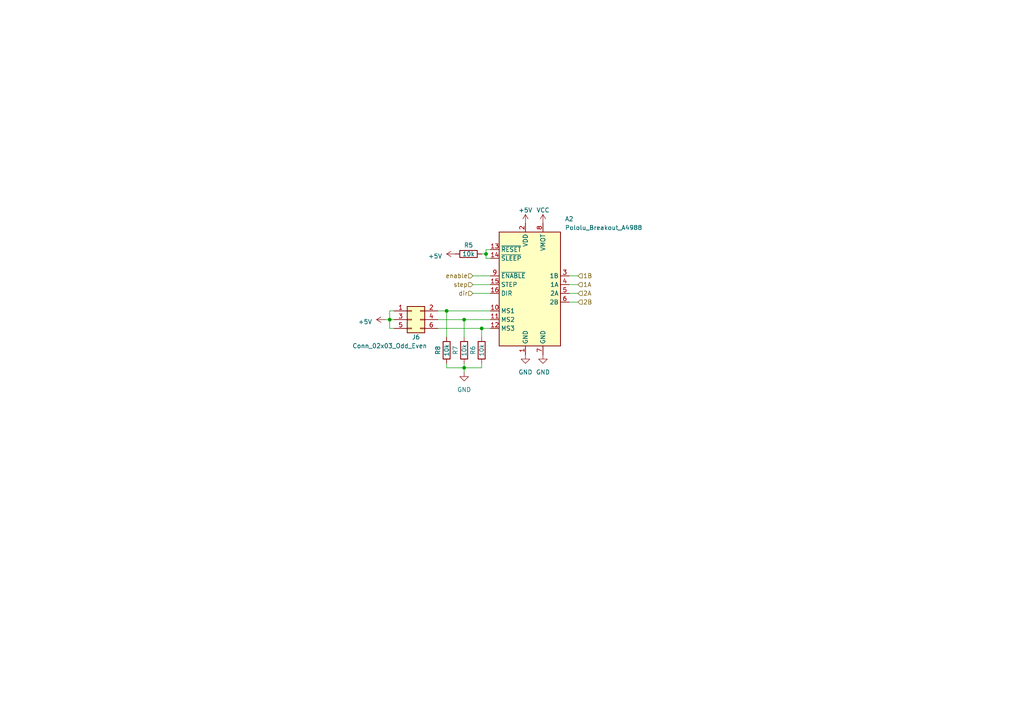
<source format=kicad_sch>
(kicad_sch (version 20230121) (generator eeschema)
  (paper "A4")
  (lib_symbols
    (symbol "Connector_Generic:Conn_02x03_Odd_Even" (pin_names (offset 1.016) hide)
      (property "Reference" "J" (at 1.27 5.08 0))
      (property "Value" "Conn_02x03_Odd_Even" (at 1.27 -5.08 0))
      (symbol "Conn_02x03_Odd_Even_1_1"
        (rectangle (start -1.27 -2.413) (end 0 -2.667) (stroke (width 0.1524)))
        (rectangle (start -1.27 0.127) (end 0 -0.127) (stroke (width 0.1524)))
        (rectangle (start -1.27 2.667) (end 0 2.413) (stroke (width 0.1524)))
        (rectangle (start -1.27 3.81) (end 3.81 -3.81) (stroke (width 0.254)) (fill (type background)))
        (rectangle (start 3.81 -2.413) (end 2.54 -2.667) (stroke (width 0.1524)))
        (rectangle (start 3.81 0.127) (end 2.54 -0.127) (stroke (width 0.1524)))
        (rectangle (start 3.81 2.667) (end 2.54 2.413) (stroke (width 0.1524)))
        (pin passive line (at -5.08 2.54 0) (length 3.81) (name "Pin_1") (number "1"))
        (pin passive line (at 7.62 2.54 180) (length 3.81) (name "Pin_2") (number "2"))
        (pin passive line (at -5.08 0 0) (length 3.81) (name "Pin_3") (number "3"))
        (pin passive line (at 7.62 0 180) (length 3.81) (name "Pin_4") (number "4"))
        (pin passive line (at -5.08 -2.54 0) (length 3.81) (name "Pin_5") (number "5"))
        (pin passive line (at 7.62 -2.54 180) (length 3.81) (name "Pin_6") (number "6"))
      )
    )
    (symbol "Device:R" (pin_numbers hide) (pin_names (offset 0))
      (property "Reference" "R" (at 2.032 0 90))
      (property "Value" "R" (at 0 0 90))
      (symbol "R_0_1"
        (rectangle (start -1.016 -2.54) (end 1.016 2.54) (stroke (width 0.254)))
      )
      (symbol "R_1_1"
        (pin passive line (at 0 3.81 270) (length 1.27) (name "~") (number "1"))
        (pin passive line (at 0 -3.81 90) (length 1.27) (name "~") (number "2"))
      )
    )
    (symbol "Driver_Motor:Pololu_Breakout_A4988"
      (property "Reference" "A" (at -2.54 19.05 0))
      (property "Value" "Pololu_Breakout_A4988" (at -2.54 16.51 0))
      (symbol "Pololu_Breakout_A4988_0_1"
        (rectangle (start 10.16 -17.78) (end -7.62 15.24) (stroke (width 0.254)) (fill (type background)))
      )
      (symbol "Pololu_Breakout_A4988_1_1"
        (pin power_in line (at 0 -20.32 90) (length 2.54) (name "GND") (number "1"))
        (pin input line (at -10.16 -7.62 0) (length 2.54) (name "MS1") (number "10"))
        (pin input line (at -10.16 -10.16 0) (length 2.54) (name "MS2") (number "11"))
        (pin input line (at -10.16 -12.7 0) (length 2.54) (name "MS3") (number "12"))
        (pin input line (at -10.16 10.16 0) (length 2.54) (name "~{RESET}") (number "13"))
        (pin input line (at -10.16 7.62 0) (length 2.54) (name "~{SLEEP}") (number "14"))
        (pin input line (at -10.16 0 0) (length 2.54) (name "STEP") (number "15"))
        (pin input line (at -10.16 -2.54 0) (length 2.54) (name "DIR") (number "16"))
        (pin power_in line (at 0 17.78 270) (length 2.54) (name "VDD") (number "2"))
        (pin output line (at 12.7 2.54 180) (length 2.54) (name "1B") (number "3"))
        (pin output line (at 12.7 0 180) (length 2.54) (name "1A") (number "4"))
        (pin output line (at 12.7 -2.54 180) (length 2.54) (name "2A") (number "5"))
        (pin output line (at 12.7 -5.08 180) (length 2.54) (name "2B") (number "6"))
        (pin power_in line (at 5.08 -20.32 90) (length 2.54) (name "GND") (number "7"))
        (pin power_in line (at 5.08 17.78 270) (length 2.54) (name "VMOT") (number "8"))
        (pin input line (at -10.16 2.54 0) (length 2.54) (name "~{ENABLE}") (number "9"))
      )
    )
    (symbol "power:+5V" (power) (pin_names (offset 0))
      (property "Value" "+5V" (at 0 3.556 0))
      (symbol "+5V_0_1"
        (polyline (pts (xy -0.762 1.27) (xy 0 2.54)))
        (polyline (pts (xy 0 0) (xy 0 2.54)))
        (polyline (pts (xy 0 2.54) (xy 0.762 1.27)))
      )
      (symbol "+5V_1_1"
        (pin power_in line (at 0 0 90) (length 0) hide (name "+5V") (number "1"))
      )
    )
    (symbol "power:GND" (power) (pin_names (offset 0))
      (property "Value" "GND" (at 0 -3.81 0))
      (symbol "GND_0_1"
        (polyline (pts (xy 0 0) (xy 0 -1.27) (xy 1.27 -1.27) (xy 0 -2.54) (xy -1.27 -1.27) (xy 0 -1.27)))
      )
      (symbol "GND_1_1"
        (pin power_in line (at 0 0 270) (length 0) hide (name "GND") (number "1"))
      )
    )
    (symbol "power:VCC" (power) (pin_names (offset 0))
      (property "Value" "VCC" (at 0 3.81 0))
      (symbol "VCC_0_1"
        (polyline (pts (xy -0.762 1.27) (xy 0 2.54)))
        (polyline (pts (xy 0 0) (xy 0 2.54)))
        (polyline (pts (xy 0 2.54) (xy 0.762 1.27)))
      )
      (symbol "VCC_1_1"
        (pin power_in line (at 0 0 90) (length 0) hide (name "VCC") (number "1"))
      )
    )
  )
  (junction (at 134.62 92.71))
  (junction (at 140.97 73.66))
  (junction (at 134.62 106.68))
  (junction (at 129.54 90.17))
  (junction (at 139.7 95.25))
  (junction (at 113.03 92.71))
  (wire (pts (xy 140.97 72.39) (xy 142.24 72.39)))
  (wire (pts (xy 139.7 95.25) (xy 139.7 97.79)))
  (wire (pts (xy 129.54 105.41) (xy 129.54 106.68)))
  (wire (pts (xy 114.3 90.17) (xy 113.03 90.17)))
  (wire (pts (xy 127 95.25) (xy 139.7 95.25)))
  (wire (pts (xy 113.03 92.71) (xy 114.3 92.71)))
  (wire (pts (xy 134.62 106.68) (xy 134.62 107.95)))
  (wire (pts (xy 137.16 85.09) (xy 142.24 85.09)))
  (wire (pts (xy 134.62 106.68) (xy 139.7 106.68)))
  (wire (pts (xy 137.16 80.01) (xy 142.24 80.01)))
  (wire (pts (xy 142.24 74.93) (xy 140.97 74.93)))
  (wire (pts (xy 134.62 92.71) (xy 142.24 92.71)))
  (wire (pts (xy 165.1 87.63) (xy 167.64 87.63)))
  (wire (pts (xy 140.97 73.66) (xy 140.97 74.93)))
  (wire (pts (xy 129.54 106.68) (xy 134.62 106.68)))
  (wire (pts (xy 165.1 80.01) (xy 167.64 80.01)))
  (wire (pts (xy 139.7 73.66) (xy 140.97 73.66)))
  (wire (pts (xy 127 92.71) (xy 134.62 92.71)))
  (wire (pts (xy 129.54 97.79) (xy 129.54 90.17)))
  (wire (pts (xy 139.7 95.25) (xy 142.24 95.25)))
  (wire (pts (xy 134.62 97.79) (xy 134.62 92.71)))
  (wire (pts (xy 139.7 106.68) (xy 139.7 105.41)))
  (wire (pts (xy 165.1 82.55) (xy 167.64 82.55)))
  (wire (pts (xy 140.97 72.39) (xy 140.97 73.66)))
  (wire (pts (xy 111.76 92.71) (xy 113.03 92.71)))
  (wire (pts (xy 113.03 95.25) (xy 114.3 95.25)))
  (wire (pts (xy 129.54 90.17) (xy 142.24 90.17)))
  (wire (pts (xy 165.1 85.09) (xy 167.64 85.09)))
  (wire (pts (xy 113.03 92.71) (xy 113.03 95.25)))
  (wire (pts (xy 127 90.17) (xy 129.54 90.17)))
  (wire (pts (xy 137.16 82.55) (xy 142.24 82.55)))
  (wire (pts (xy 134.62 105.41) (xy 134.62 106.68)))
  (wire (pts (xy 113.03 90.17) (xy 113.03 92.71)))
  (hierarchical_label "dir" (shape input) (at 137.16 85.09 180))
  (hierarchical_label "1B" (shape input) (at 167.64 80.01 0))
  (hierarchical_label "step" (shape input) (at 137.16 82.55 180))
  (hierarchical_label "2A" (shape input) (at 167.64 85.09 0))
  (hierarchical_label "2B" (shape input) (at 167.64 87.63 0))
  (hierarchical_label "1A" (shape input) (at 167.64 82.55 0))
  (hierarchical_label "enable" (shape input) (at 137.16 80.01 180))
  (symbol (lib_id "power:+5V") (at 132.08 73.66 90) (unit 1)
    (property "Reference" "#PWR018" (effects hide))
    (property "Value" "+5V" (at 128.27 74.295 90) (effects (justify left)))
    (instances (project "SerialControllerBoard" (path "" (reference "#PWR018") (unit 1)) (path "" (reference "#PWR022") (unit 1)) (path "" (reference "#PWR015") (unit 1))))
  )
  (symbol (lib_id "Device:R") (at 134.62 101.6 180) (unit 1)
    (property "Reference" "R7" (at 132.08 101.6 90))
    (property "Value" "10k" (at 134.62 101.6 90))
    (instances (project "SerialControllerBoard" (path "" (reference "R7") (unit 1)) (path "" (reference "R10") (unit 1)) (path "" (reference "R6") (unit 1))))
  )
  (symbol (lib_id "power:GND") (at 157.48 102.87 0) (unit 1)
    (property "Reference" "#PWR016" (effects hide))
    (property "Value" "GND" (at 157.48 107.95 0))
    (instances (project "SerialControllerBoard" (path "" (reference "#PWR016") (unit 1)) (path "" (reference "#PWR027") (unit 1)) (path "" (reference "#PWR020") (unit 1))))
  )
  (symbol (lib_id "Connector_Generic:Conn_02x03_Odd_Even") (at 119.38 92.71 0) (unit 1)
    (property "Reference" "J6" (at 120.65 97.79 0))
    (property "Value" "Conn_02x03_Odd_Even" (at 113.03 100.33 0))
    (instances (project "SerialControllerBoard" (path "" (reference "J6") (unit 1)) (path "" (reference "J7") (unit 1)) (path "" (reference "J8") (unit 1))))
  )
  (symbol (lib_id "Device:R") (at 129.54 101.6 180) (unit 1)
    (property "Reference" "R8" (at 127 101.6 90))
    (property "Value" "10k" (at 129.54 101.6 90))
    (instances (project "SerialControllerBoard" (path "" (reference "R8") (unit 1)) (path "" (reference "R9") (unit 1)) (path "" (reference "R5") (unit 1))))
  )
  (symbol (lib_id "power:+5V") (at 111.76 92.71 90) (unit 1)
    (property "Reference" "#PWR020" (effects hide))
    (property "Value" "+5V" (at 107.95 93.345 90) (effects (justify left)))
    (instances (project "SerialControllerBoard" (path "" (reference "#PWR020") (unit 1)) (path "" (reference "#PWR021") (unit 1)) (path "" (reference "#PWR014") (unit 1))))
  )
  (symbol (lib_id "power:VCC") (at 157.48 64.77 0) (unit 1)
    (property "Reference" "#PWR014" (effects hide))
    (property "Value" "VCC" (at 157.48 60.96 0))
    (instances (project "SerialControllerBoard" (path "" (reference "#PWR014") (unit 1)) (path "" (reference "#PWR026") (unit 1)) (path "" (reference "#PWR019") (unit 1))))
  )
  (symbol (lib_id "power:+5V") (at 152.4 64.77 0) (unit 1)
    (property "Reference" "#PWR015" (effects hide))
    (property "Value" "+5V" (at 152.4 60.96 0))
    (instances (project "SerialControllerBoard" (path "" (reference "#PWR015") (unit 1)) (path "" (reference "#PWR024") (unit 1)) (path "" (reference "#PWR017") (unit 1))))
  )
  (symbol (lib_id "power:GND") (at 152.4 102.87 0) (unit 1)
    (property "Reference" "#PWR017" (effects hide))
    (property "Value" "GND" (at 152.4 107.95 0))
    (instances (project "SerialControllerBoard" (path "" (reference "#PWR017") (unit 1)) (path "" (reference "#PWR025") (unit 1)) (path "" (reference "#PWR018") (unit 1))))
  )
  (symbol (lib_id "Driver_Motor:Pololu_Breakout_A4988") (at 152.4 82.55 0) (unit 1)
    (property "Reference" "A2" (at 163.83 63.5 0) (effects (justify left)))
    (property "Value" "Pololu_Breakout_A4988" (at 163.83 66.04 0) (effects (justify left)))
    (property "Footprint" "Module:Pololu_Breakout-16_15.2x20.3mm" (effects hide))
    (property "Datasheet" "https://www.pololu.com/product/2980/pictures" (effects hide))
    (instances (project "SerialControllerBoard" (path "" (reference "A2") (unit 1)) (path "" (reference "A3") (unit 1)) (path "" (reference "A2") (unit 1))))
  )
  (symbol (lib_id "Device:R") (at 139.7 101.6 180) (unit 1)
    (property "Reference" "R6" (at 137.16 101.6 90))
    (property "Value" "10k" (at 139.7 101.6 90))
    (instances (project "SerialControllerBoard" (path "" (reference "R6") (unit 1)) (path "" (reference "R12") (unit 1)) (path "" (reference "R8") (unit 1))))
  )
  (symbol (lib_id "Device:R") (at 135.89 73.66 90) (unit 1)
    (property "Reference" "R5" (at 135.89 71.12 90))
    (property "Value" "10k" (at 135.89 73.66 90))
    (instances (project "SerialControllerBoard" (path "" (reference "R5") (unit 1)) (path "" (reference "R11") (unit 1)) (path "" (reference "R7") (unit 1))))
  )
  (symbol (lib_id "power:GND") (at 134.62 107.95 0) (unit 1)
    (property "Reference" "#PWR019" (effects hide))
    (property "Value" "GND" (at 134.62 113.03 0))
    (instances (project "SerialControllerBoard" (path "" (reference "#PWR019") (unit 1)) (path "" (reference "#PWR023") (unit 1)) (path "" (reference "#PWR016") (unit 1))))
  )
)
</source>
